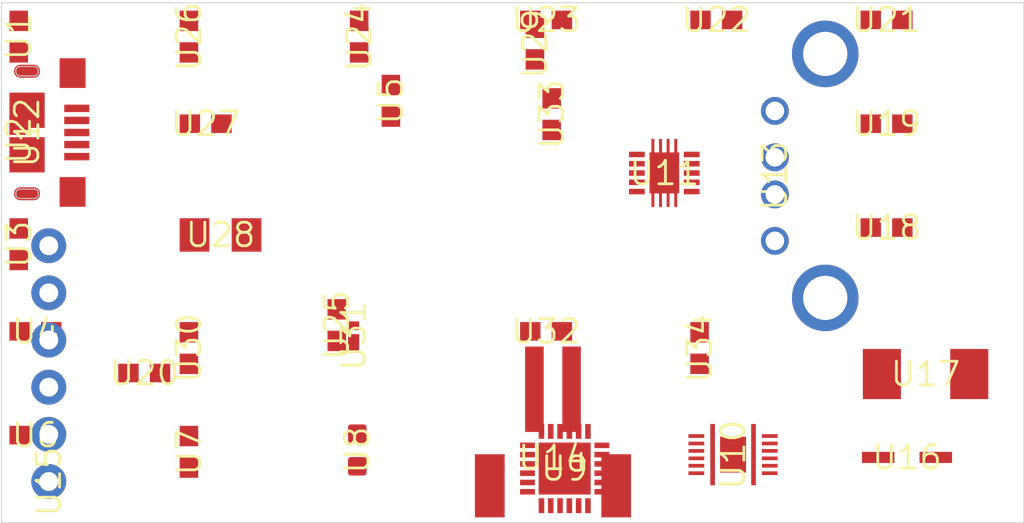
<source format=kicad_pcb>
 ( kicad_pcb  ( version 20171130 )
 ( host pcbnew "(5.1.4-0-10_14)" )
 ( general  ( thickness 1.6 )
 ( drawings 4 )
 ( tracks 0 )
 ( zones 0 )
 ( modules 34 )
 ( nets 39 )
)
 ( page A4 )
 ( layers  ( 0 Top signal )
 ( 31 Bottom signal )
 ( 32 B.Adhes user )
 ( 33 F.Adhes user )
 ( 34 B.Paste user )
 ( 35 F.Paste user )
 ( 36 B.SilkS user )
 ( 37 F.SilkS user )
 ( 38 B.Mask user )
 ( 39 F.Mask user )
 ( 40 Dwgs.User user )
 ( 41 Cmts.User user )
 ( 42 Eco1.User user )
 ( 43 Eco2.User user )
 ( 44 Edge.Cuts user )
 ( 45 Margin user )
 ( 46 B.CrtYd user )
 ( 47 F.CrtYd user )
 ( 48 B.Fab user )
 ( 49 F.Fab user )
)
 ( setup  ( last_trace_width 0.2 )
 ( trace_clearance 0.127 )
 ( zone_clearance 0.508 )
 ( zone_45_only no )
 ( trace_min 0.1524 )
 ( via_size 0.6 )
 ( via_drill 0.254 )
 ( via_min_size 0.4 )
 ( via_min_drill 0.254 )
 ( uvia_size 0.3 )
 ( uvia_drill 0.1 )
 ( uvias_allowed yes )
 ( uvia_min_size 0.2 )
 ( uvia_min_drill 0.1 )
 ( edge_width 0.05 )
 ( segment_width 0.2 )
 ( pcb_text_width 0.3 )
 ( pcb_text_size 1.5 1.5 )
 ( mod_edge_width 0.12 )
 ( mod_text_size 1 1 )
 ( mod_text_width 0.15 )
 ( pad_size 1.524 1.524 )
 ( pad_drill 0.762 )
 ( pad_to_mask_clearance 0.051 )
 ( solder_mask_min_width 0.25 )
 ( aux_axis_origin 0 0 )
 ( visible_elements 7FFFFFFF )
 ( pcbplotparams  ( layerselection 0x010fc_ffffffff )
 ( usegerberextensions false )
 ( usegerberattributes false )
 ( usegerberadvancedattributes false )
 ( creategerberjobfile false )
 ( excludeedgelayer true )
 ( linewidth 0.100000 )
 ( plotframeref false )
 ( viasonmask false )
 ( mode 1 )
 ( useauxorigin false )
 ( hpglpennumber 1 )
 ( hpglpenspeed 20 )
 ( hpglpendiameter 15.000000 )
 ( psnegative false )
 ( psa4output false )
 ( plotreference true )
 ( plotvalue true )
 ( plotinvisibletext false )
 ( padsonsilk false )
 ( subtractmaskfromsilk false )
 ( outputformat 1 )
 ( mirror false )
 ( drillshape 1 )
 ( scaleselection 1 )
 ( outputdirectory "" )
)
)
 ( net 0 "" )
 ( net 1 GND )
 ( net 2 3.3V )
 ( net 3 5V )
 ( net 4 "Net-(IC1-Pad24)" )
 ( net 5 "Net-(C4-Pad1)" )
 ( net 6 /REG )
 ( net 7 "Net-(C3-Pad2)" )
 ( net 8 "Net-(C3-Pad1)" )
 ( net 9 /VBAT_MAIN )
 ( net 10 /VBAT_CELL )
 ( net 11 "Net-(IC1-Pad12)" )
 ( net 12 "Net-(IC1-Pad11)" )
 ( net 13 "Net-(IC1-Pad10)" )
 ( net 14 "Net-(IC1-Pad9)" )
 ( net 15 /CHG_INT )
 ( net 16 /SDA )
 ( net 17 /SCL )
 ( net 18 "Net-(IC1-Pad4)" )
 ( net 19 "Net-(IC1-Pad3)" )
 ( net 20 "Net-(IC1-Pad2)" )
 ( net 21 "Net-(IC1-Pad1)" )
 ( net 22 /FUEL_INT )
 ( net 23 "Net-(IC2-Pad11)" )
 ( net 24 "Net-(IC2-Pad10)" )
 ( net 25 "Net-(IC2-Pad9)" )
 ( net 26 "Net-(IC2-Pad6)" )
 ( net 27 "Net-(C10-Pad1)" )
 ( net 28 "Net-(IC2-Pad4)" )
 ( net 29 "Net-(J1-PadID)" )
 ( net 30 "Net-(J2-Pad3)" )
 ( net 31 "Net-(J2-Pad2)" )
 ( net 32 "Net-(J3-PadNC2)" )
 ( net 33 "Net-(J3-PadNC1)" )
 ( net 34 "Net-(D2-PadC)" )
 ( net 35 "Net-(IC3-Pad8)" )
 ( net 36 "Net-(C7-Pad1)" )
 ( net 37 "Net-(IC3-Pad5)" )
 ( net 38 "Net-(IC3-Pad1)" )
 ( net_class Default "This is the default net class."  ( clearance 0.127 )
 ( trace_width 0.2 )
 ( via_dia 0.6 )
 ( via_drill 0.254 )
 ( uvia_dia 0.3 )
 ( uvia_drill 0.1 )
 ( add_net /CHG_INT )
 ( add_net /FUEL_INT )
 ( add_net /REG )
 ( add_net /SCL )
 ( add_net /SDA )
 ( add_net 3.3V )
 ( add_net GND )
 ( add_net "Net-(C10-Pad1)" )
 ( add_net "Net-(C3-Pad1)" )
 ( add_net "Net-(C3-Pad2)" )
 ( add_net "Net-(C4-Pad1)" )
 ( add_net "Net-(C7-Pad1)" )
 ( add_net "Net-(D2-PadC)" )
 ( add_net "Net-(IC1-Pad10)" )
 ( add_net "Net-(IC1-Pad11)" )
 ( add_net "Net-(IC1-Pad12)" )
 ( add_net "Net-(IC1-Pad2)" )
 ( add_net "Net-(IC1-Pad24)" )
 ( add_net "Net-(IC1-Pad3)" )
 ( add_net "Net-(IC1-Pad4)" )
 ( add_net "Net-(IC1-Pad9)" )
 ( add_net "Net-(IC2-Pad10)" )
 ( add_net "Net-(IC2-Pad11)" )
 ( add_net "Net-(IC2-Pad4)" )
 ( add_net "Net-(IC2-Pad9)" )
 ( add_net "Net-(IC3-Pad5)" )
 ( add_net "Net-(IC3-Pad8)" )
 ( add_net "Net-(J1-PadID)" )
 ( add_net "Net-(J2-Pad2)" )
 ( add_net "Net-(J2-Pad3)" )
 ( add_net "Net-(J3-PadNC1)" )
 ( add_net "Net-(J3-PadNC2)" )
)
 ( net_class Power ""  ( clearance 0.127 )
 ( trace_width 0.3048 )
 ( via_dia 0.6 )
 ( via_drill 0.254 )
 ( uvia_dia 0.3 )
 ( uvia_drill 0.1 )
 ( add_net /VBAT_CELL )
 ( add_net /VBAT_MAIN )
 ( add_net 5V )
 ( add_net "Net-(IC1-Pad1)" )
 ( add_net "Net-(IC2-Pad6)" )
 ( add_net "Net-(IC3-Pad1)" )
)
 ( module batteryCharger:JST-2-SMD locked  ( layer Top )
 ( tedit 5DCE038C )
 ( tstamp 5DC8CB2B )
 ( at 150.671200 114.247600 180.000000 )
 ( descr "<h3>JST-Right Angle Male Header SMT</h3>\n<p>Specifications:\n<ul><li>Pin count: 2</li>\n<li>Pin pitch: 2mm</li>\n</ul></p>\n<p><a href=”http://www.4uconnector.com/online/object/4udrawing/20404.pdf”>Datasheet referenced for footprint</a></p>\n<p>Example device(s):\n<ul><li>CONN_02</li>\n<li>JST_2MM_MALE</li>\n</ul></p>" )
 ( path /B665FDA9 )
 ( fp_text reference U14  ( at 0 -1.27 180 )
 ( layer F.SilkS )
 ( effects  ( font  ( size 1.27 1.27 )
 ( thickness 0.15 )
)
)
)
 ( fp_text value ""  ( at 0 -1.27 180 )
 ( layer F.SilkS )
 ( effects  ( font  ( size 1.27 1.27 )
 ( thickness 0.15 )
)
)
)
 ( fp_poly  ( pts  ( xy -4.5 -4.37 )
 ( xy 4.4 -4.37 )
 ( xy 4.4 3.33 )
 ( xy -4.5 3.33 )
)
 ( layer F.CrtYd )
 ( width 0.1 )
)
 ( pad NC2 smd rect  ( at 3.4 -2.77 270.000000 )
 ( size 3.4 1.6 )
 ( layers Top F.Mask F.Paste )
 ( net 32 "Net-(J3-PadNC2)" )
 ( solder_mask_margin 0.0635 )
)
 ( pad NC1 smd rect  ( at -3.4 -2.77 270.000000 )
 ( size 3.4 1.6 )
 ( layers Top F.Mask F.Paste )
 ( net 33 "Net-(J3-PadNC1)" )
 ( solder_mask_margin 0.0635 )
)
 ( pad 2 smd rect  ( at 1 2.43 180.000000 )
 ( size 1 4.6 )
 ( layers Top F.Mask F.Paste )
 ( net 26 "Net-(IC2-Pad6)" )
 ( solder_mask_margin 0.0635 )
)
 ( pad 1 smd rect  ( at -1 2.43 180.000000 )
 ( size 1 4.6 )
 ( layers Top F.Mask F.Paste )
 ( net 1 GND )
 ( solder_mask_margin 0.0635 )
)
)
 ( module batteryCharger:UE27AC54100 locked  ( layer Top )
 ( tedit 5DCE0580 )
 ( tstamp 5DC8CB18 )
 ( at 168.959200 100.328400 90.000000 )
 ( descr "<b>UE27AC54100</b><br>\n" )
 ( path /C3E76336 )
 ( fp_text reference U13  ( at 0 -6.35 90 )
 ( layer F.SilkS )
 ( effects  ( font  ( size 1.27 1.27 )
 ( thickness 0.15 )
)
)
)
 ( fp_text value ""  ( at 0 -6.35 90 )
 ( layer F.SilkS )
 ( effects  ( font  ( size 1.27 1.27 )
 ( thickness 0.15 )
)
)
)
 ( fp_poly  ( pts  ( xy -6.6 -7.25 )
 ( xy 6.6 -7.25 )
 ( xy 6.6 6.75 )
 ( xy -6.6 6.75 )
 ( xy -6.6 -7.15 )
)
 ( layer F.CrtYd )
 ( width 0.1 )
)
 ( pad 6 thru_hole circle  ( at 6.57 -3.64 90.000000 )
 ( size 3.58 3.58 )
 ( drill 2.38 )
 ( layers *.Cu *.Mask )
 ( net 1 GND )
 ( solder_mask_margin 0.0635 )
)
 ( pad 5 thru_hole circle  ( at -6.57 -3.64 90.000000 )
 ( size 3.58 3.58 )
 ( drill 2.38 )
 ( layers *.Cu *.Mask )
 ( net 1 GND )
 ( solder_mask_margin 0.0635 )
)
 ( pad 4 thru_hole circle  ( at 3.5 -6.35 90.000000 )
 ( size 1.5 1.5 )
 ( drill 1 )
 ( layers *.Cu *.Mask )
 ( net 1 GND )
 ( solder_mask_margin 0.0635 )
)
 ( pad 3 thru_hole circle  ( at 1 -6.35 90.000000 )
 ( size 1.5 1.5 )
 ( drill 1 )
 ( layers *.Cu *.Mask )
 ( net 30 "Net-(J2-Pad3)" )
 ( solder_mask_margin 0.0635 )
)
 ( pad 2 thru_hole circle  ( at -1 -6.35 90.000000 )
 ( size 1.5 1.5 )
 ( drill 1 )
 ( layers *.Cu *.Mask )
 ( net 31 "Net-(J2-Pad2)" )
 ( solder_mask_margin 0.0635 )
)
 ( pad 1 thru_hole circle  ( at -3.5 -6.35 90.000000 )
 ( size 1.5 1.5 )
 ( drill 1 )
 ( layers *.Cu *.Mask )
 ( net 3 5V )
 ( solder_mask_margin 0.0635 )
)
)
 ( module batteryCharger:1X06 locked  ( layer Top )
 ( tedit 5DCDF9C7 )
 ( tstamp 5DC8CB3B )
 ( at 123.544000 110.437600 90.000000 )
 ( descr "<h3>Plated Through Hole - 6 Pin</h3>\n<p>Specifications:\n<ul><li>Pin count:6</li>\n<li>Pin pitch:0.1\"</li>\n</ul></p>\n<p>Example device(s):\n<ul><li>CONN_06</li>\n</ul></p>" )
 ( path /FA7CA15B )
 ( fp_text reference U15  ( at -6.35 0 90 )
 ( layer F.SilkS )
 ( effects  ( font  ( size 1.27 1.27 )
 ( thickness 0.15 )
)
)
)
 ( fp_text value ""  ( at -6.35 0 90 )
 ( layer F.SilkS )
 ( effects  ( font  ( size 1.27 1.27 )
 ( thickness 0.15 )
)
)
)
 ( fp_poly  ( pts  ( xy -7.35 -1 )
 ( xy 7.4 -1 )
 ( xy 7.4 1 )
 ( xy -7.35 1 )
)
 ( layer F.CrtYd )
 ( width 0.1 )
)
 ( fp_poly  ( pts  ( xy -7.35 -1 )
 ( xy 7.4 -1 )
 ( xy 7.4 1 )
 ( xy -7.35 1 )
)
 ( layer B.CrtYd )
 ( width 0.1 )
)
 ( pad 6 thru_hole circle  ( at 6.35 0 180.000000 )
 ( size 1.8796 1.8796 )
 ( drill 1.016 )
 ( layers *.Cu *.Mask )
 ( net 1 GND )
 ( solder_mask_margin 0.0635 )
)
 ( pad 5 thru_hole circle  ( at 3.81 0 180.000000 )
 ( size 1.8796 1.8796 )
 ( drill 1.016 )
 ( layers *.Cu *.Mask )
 ( net 2 3.3V )
 ( solder_mask_margin 0.0635 )
)
 ( pad 4 thru_hole circle  ( at 1.27 0 180.000000 )
 ( size 1.8796 1.8796 )
 ( drill 1.016 )
 ( layers *.Cu *.Mask )
 ( net 17 /SCL )
 ( solder_mask_margin 0.0635 )
)
 ( pad 3 thru_hole circle  ( at -1.27 0 180.000000 )
 ( size 1.8796 1.8796 )
 ( drill 1.016 )
 ( layers *.Cu *.Mask )
 ( net 16 /SDA )
 ( solder_mask_margin 0.0635 )
)
 ( pad 2 thru_hole circle  ( at -3.81 0 180.000000 )
 ( size 1.8796 1.8796 )
 ( drill 1.016 )
 ( layers *.Cu *.Mask )
 ( net 15 /CHG_INT )
 ( solder_mask_margin 0.0635 )
)
 ( pad 1 thru_hole circle  ( at -6.35 0 180.000000 )
 ( size 1.8796 1.8796 )
 ( drill 1.016 )
 ( layers *.Cu *.Mask )
 ( net 22 /FUEL_INT )
 ( solder_mask_margin 0.0635 )
)
)
 ( module batteryCharger:10118193-0001LF locked  ( layer Top )
 ( tedit 5DCDFC4E )
 ( tstamp 5DC8CAF9 )
 ( at 123.645600 97.991600 270.000000 )
 ( path /449C7C68 )
 ( fp_text reference U12  ( at 0 1.27 270 )
 ( layer F.SilkS )
 ( effects  ( font  ( size 1.27 1.27 )
 ( thickness 0.15 )
)
)
)
 ( fp_text value ""  ( at 0 1.27 270 )
 ( layer F.SilkS )
 ( effects  ( font  ( size 1.27 1.27 )
 ( thickness 0.15 )
)
)
)
 ( fp_poly  ( pts  ( xy -4.25 -2.23 )
 ( xy 4.25 -2.23 )
 ( xy 4.25 2.27 )
 ( xy -4.25 2.27 )
)
 ( layer F.CrtYd )
 ( width 0.1 )
)
 ( fp_poly  ( pts  ( xy 2.9 0.87 )
 ( xy 2.9 1.72 )
 ( xy 2.945776 1.850133 )
 ( xy 3.037868 1.952843 )
 ( xy 3.3 2.02 )
 ( xy 3.445409 2.001022 )
 ( xy 3.572487 1.927843 )
 ( xy 3.7 1.67 )
 ( xy 3.7 0.82 )
 ( xy 3.654224 0.689867 )
 ( xy 3.562132 0.587157 )
 ( xy 3.3 0.52 )
 ( xy 3.154591 0.538978 )
 ( xy 3.027513 0.612157 )
)
 ( layer F.Mask )
 ( width 0 )
)
 ( fp_poly  ( pts  ( xy -3.7 0.82 )
 ( xy -3.7 1.67 )
 ( xy -3.661888 1.811603 )
 ( xy -3.572487 1.927843 )
 ( xy -3.3 2.02 )
 ( xy -3.162255 2.012492 )
 ( xy -3.037868 1.952843 )
 ( xy -2.945776 1.850133 )
 ( xy -2.9 1.72 )
 ( xy -2.9 0.87 )
 ( xy -2.938112 0.728397 )
 ( xy -3.027513 0.612157 )
 ( xy -3.3 0.52 )
 ( xy -3.437745 0.527508 )
 ( xy -3.562132 0.587157 )
)
 ( layer F.Mask )
 ( width 0 )
)
 ( fp_poly  ( pts  ( xy 2.95 0.87 )
 ( xy 2.95 1.67 )
 ( xy 3.006042 1.829151 )
 ( xy 3.134151 1.938958 )
 ( xy 3.3 1.97 )
 ( xy 3.465849 1.938958 )
 ( xy 3.593958 1.829151 )
 ( xy 3.65 1.67 )
 ( xy 3.65 0.87 )
 ( xy 3.593958 0.710849 )
 ( xy 3.465849 0.601042 )
 ( xy 3.3 0.57 )
 ( xy 3.134151 0.601042 )
 ( xy 3.006042 0.710849 )
)
 ( layer F.Paste )
 ( width 0 )
)
 ( fp_poly  ( pts  ( xy -3.65 0.87 )
 ( xy -3.65 1.67 )
 ( xy -3.593958 1.829151 )
 ( xy -3.465849 1.938958 )
 ( xy -3.3 1.97 )
 ( xy -3.134151 1.938958 )
 ( xy -3.006042 1.829151 )
 ( xy -2.95 1.67 )
 ( xy -2.95 0.87 )
 ( xy -3.006042 0.710849 )
 ( xy -3.134151 0.601042 )
 ( xy -3.3 0.57 )
 ( xy -3.465849 0.601042 )
 ( xy -3.593958 0.710849 )
)
 ( layer F.Paste )
 ( width 0 )
)
 ( fp_arc  ( start 3.275 0.895 )
 ( end 3.05 0.87 )
 ( angle 90 )
 ( layer Edge.Cuts )
 ( width 0.05 )
)
 ( fp_line  ( start 3.05 1.67 )
 ( end 3.05 0.87 )
 ( layer Edge.Cuts )
 ( width 0.05 )
)
 ( fp_arc  ( start 3.275 1.645 )
 ( end 3.3 1.87 )
 ( angle 90 )
 ( layer Edge.Cuts )
 ( width 0.05 )
)
 ( fp_arc  ( start 3.325 1.645 )
 ( end 3.55 1.67 )
 ( angle 90 )
 ( layer Edge.Cuts )
 ( width 0.05 )
)
 ( fp_line  ( start 3.55 0.87 )
 ( end 3.55 1.67 )
 ( layer Edge.Cuts )
 ( width 0.05 )
)
 ( fp_arc  ( start 3.325 0.895 )
 ( end 3.3 0.67 )
 ( angle 90 )
 ( layer Edge.Cuts )
 ( width 0.05 )
)
 ( fp_poly  ( pts  ( xy 2.95 0.87 )
 ( xy 2.95 1.67 )
 ( xy 3.006042 1.829151 )
 ( xy 3.134151 1.938958 )
 ( xy 3.3 1.97 )
 ( xy 3.465849 1.938958 )
 ( xy 3.593958 1.829151 )
 ( xy 3.65 1.67 )
 ( xy 3.65 0.87 )
 ( xy 3.593958 0.710849 )
 ( xy 3.465849 0.601042 )
 ( xy 3.3 0.57 )
 ( xy 3.134151 0.601042 )
 ( xy 3.006042 0.710849 )
)
 ( layer Top )
 ( width 0 )
)
 ( fp_arc  ( start -3.325 0.895 )
 ( end -3.55 0.87 )
 ( angle 90 )
 ( layer Edge.Cuts )
 ( width 0.05 )
)
 ( fp_line  ( start -3.55 1.67 )
 ( end -3.55 0.87 )
 ( layer Edge.Cuts )
 ( width 0.05 )
)
 ( fp_arc  ( start -3.325 1.645 )
 ( end -3.3 1.87 )
 ( angle 90 )
 ( layer Edge.Cuts )
 ( width 0.05 )
)
 ( fp_arc  ( start -3.275 1.645 )
 ( end -3.05 1.67 )
 ( angle 90 )
 ( layer Edge.Cuts )
 ( width 0.05 )
)
 ( fp_line  ( start -3.05 0.87 )
 ( end -3.05 1.67 )
 ( layer Edge.Cuts )
 ( width 0.05 )
)
 ( fp_arc  ( start -3.275 0.895 )
 ( end -3.3 0.67 )
 ( angle 90 )
 ( layer Edge.Cuts )
 ( width 0.05 )
)
 ( fp_poly  ( pts  ( xy -3.65 0.87 )
 ( xy -3.65 1.67 )
 ( xy -3.593958 1.829151 )
 ( xy -3.465849 1.938958 )
 ( xy -3.3 1.97 )
 ( xy -3.134151 1.938958 )
 ( xy -3.006042 1.829151 )
 ( xy -2.95 1.67 )
 ( xy -2.95 0.87 )
 ( xy -3.006042 0.710849 )
 ( xy -3.134151 0.601042 )
 ( xy -3.3 0.57 )
 ( xy -3.465849 0.601042 )
 ( xy -3.593958 0.710849 )
)
 ( layer Top )
 ( width 0 )
)
 ( pad SHIELD$4 smd rect  ( at 1.2 1.27 270.000000 )
 ( size 1.9 1.9 )
 ( layers Top F.Mask F.Paste )
 ( net 1 GND )
 ( solder_mask_margin 0.0635 )
)
 ( pad SHIELD$3 smd rect  ( at -1.2 1.27 270.000000 )
 ( size 1.9 1.9 )
 ( layers Top F.Mask F.Paste )
 ( net 1 GND )
 ( solder_mask_margin 0.0635 )
)
 ( pad GND smd rect  ( at 1.3 -1.405 270.000000 )
 ( size 0.4 1.35 )
 ( layers Top F.Mask F.Paste )
 ( net 1 GND )
 ( solder_mask_margin 0.0635 )
)
 ( pad VCC smd rect  ( at -1.3 -1.405 270.000000 )
 ( size 0.4 1.35 )
 ( layers Top F.Mask F.Paste )
 ( net 21 "Net-(IC1-Pad1)" )
 ( solder_mask_margin 0.0635 )
)
 ( pad D- smd rect  ( at -0.65 -1.405 270.000000 )
 ( size 0.4 1.35 )
 ( layers Top F.Mask F.Paste )
 ( net 19 "Net-(IC1-Pad3)" )
 ( solder_mask_margin 0.0635 )
)
 ( pad ID smd rect  ( at 0.65 -1.405 270.000000 )
 ( size 0.4 1.35 )
 ( layers Top F.Mask F.Paste )
 ( net 29 "Net-(J1-PadID)" )
 ( solder_mask_margin 0.0635 )
)
 ( pad D+ smd rect  ( at 0 -1.405 270.000000 )
 ( size 0.4 1.35 )
 ( layers Top F.Mask F.Paste )
 ( net 20 "Net-(IC1-Pad2)" )
 ( solder_mask_margin 0.0635 )
)
 ( pad SHIELD$2 smd rect  ( at 3.2 -1.18 270.000000 )
 ( size 1.6 1.4 )
 ( layers Top F.Mask F.Paste )
 ( net 1 GND )
 ( solder_mask_margin 0.0635 )
)
 ( pad SHIELD$1 smd rect  ( at -3.2 -1.18 270.000000 )
 ( size 1.6 1.4 )
 ( layers Top F.Mask F.Paste )
 ( net 1 GND )
 ( solder_mask_margin 0.0635 )
)
)
 ( module batteryCharger:0603  ( layer Top )
 ( tedit 5DCDFB95 )
 ( tstamp 5DC8CC28 )
 ( at 121.926100 92.828600 90.000000 )
 ( descr "<p><b>Generic 1608 (0603) package</b></p>\n<p>0.2mm courtyard excess rounded to nearest 0.05mm.</p>" )
 ( path /831A5F64 )
 ( fp_text reference U1  ( at 0 0 90 )
 ( layer F.SilkS )
 ( effects  ( font  ( size 1.27 1.27 )
 ( thickness 0.15 )
)
)
)
 ( fp_text value ""  ( at 0 0 90 )
 ( layer F.SilkS )
 ( effects  ( font  ( size 1.27 1.27 )
 ( thickness 0.15 )
)
)
)
 ( fp_poly  ( pts  ( xy -1.6 -0.7 )
 ( xy 1.6 -0.7 )
 ( xy 1.6 0.7 )
 ( xy -1.6 0.7 )
)
 ( layer F.CrtYd )
 ( width 0.1 )
)
 ( pad 2 smd rect  ( at 0.85 0 90.000000 )
 ( size 1.1 1 )
 ( layers Top F.Mask F.Paste )
 ( net 1 GND )
 ( solder_mask_margin 0.0635 )
)
 ( pad 1 smd rect  ( at -0.85 0 90.000000 )
 ( size 1.1 1 )
 ( layers Top F.Mask F.Paste )
 ( net 5 "Net-(C4-Pad1)" )
 ( solder_mask_margin 0.0635 )
)
)
 ( module batteryCharger:0603  ( layer Top )
 ( tedit 5DCDFB95 )
 ( tstamp 5DC8CA29 )
 ( at 121.926100 98.418600 90.000000 )
 ( descr "<p><b>Generic 1608 (0603) package</b></p>\n<p>0.2mm courtyard excess rounded to nearest 0.05mm.</p>" )
 ( path /2CB5EB77 )
 ( fp_text reference U2  ( at 0 0 90 )
 ( layer F.SilkS )
 ( effects  ( font  ( size 1.27 1.27 )
 ( thickness 0.15 )
)
)
)
 ( fp_text value ""  ( at 0 0 90 )
 ( layer F.SilkS )
 ( effects  ( font  ( size 1.27 1.27 )
 ( thickness 0.15 )
)
)
)
 ( fp_poly  ( pts  ( xy -1.6 -0.7 )
 ( xy 1.6 -0.7 )
 ( xy 1.6 0.7 )
 ( xy -1.6 0.7 )
)
 ( layer F.CrtYd )
 ( width 0.1 )
)
 ( pad 2 smd rect  ( at 0.85 0 90.000000 )
 ( size 1.1 1 )
 ( layers Top F.Mask F.Paste )
 ( net 1 GND )
 ( solder_mask_margin 0.0635 )
)
 ( pad 1 smd rect  ( at -0.85 0 90.000000 )
 ( size 1.1 1 )
 ( layers Top F.Mask F.Paste )
 ( net 3 5V )
 ( solder_mask_margin 0.0635 )
)
)
 ( module batteryCharger:0603  ( layer Top )
 ( tedit 5DCDFB95 )
 ( tstamp 5DC8CA37 )
 ( at 121.926100 104.008600 270.000000 )
 ( descr "<p><b>Generic 1608 (0603) package</b></p>\n<p>0.2mm courtyard excess rounded to nearest 0.05mm.</p>" )
 ( path /483159C7 )
 ( fp_text reference U3  ( at 0 0 270 )
 ( layer F.SilkS )
 ( effects  ( font  ( size 1.27 1.27 )
 ( thickness 0.15 )
)
)
)
 ( fp_text value ""  ( at 0 0 270 )
 ( layer F.SilkS )
 ( effects  ( font  ( size 1.27 1.27 )
 ( thickness 0.15 )
)
)
)
 ( fp_poly  ( pts  ( xy -1.6 -0.7 )
 ( xy 1.6 -0.7 )
 ( xy 1.6 0.7 )
 ( xy -1.6 0.7 )
)
 ( layer F.CrtYd )
 ( width 0.1 )
)
 ( pad 2 smd rect  ( at 0.85 0 270.000000 )
 ( size 1.1 1 )
 ( layers Top F.Mask F.Paste )
 ( net 1 GND )
 ( solder_mask_margin 0.0635 )
)
 ( pad 1 smd rect  ( at -0.85 0 270.000000 )
 ( size 1.1 1 )
 ( layers Top F.Mask F.Paste )
 ( net 9 /VBAT_MAIN )
 ( solder_mask_margin 0.0635 )
)
)
 ( module batteryCharger:0603  ( layer Top )
 ( tedit 5DCDFB95 )
 ( tstamp 5DC8CA45 )
 ( at 122.826100 108.698600 180.000000 )
 ( descr "<p><b>Generic 1608 (0603) package</b></p>\n<p>0.2mm courtyard excess rounded to nearest 0.05mm.</p>" )
 ( path /24FC589D )
 ( fp_text reference U4  ( at 0 0 180 )
 ( layer F.SilkS )
 ( effects  ( font  ( size 1.27 1.27 )
 ( thickness 0.15 )
)
)
)
 ( fp_text value ""  ( at 0 0 180 )
 ( layer F.SilkS )
 ( effects  ( font  ( size 1.27 1.27 )
 ( thickness 0.15 )
)
)
)
 ( fp_poly  ( pts  ( xy -1.6 -0.7 )
 ( xy 1.6 -0.7 )
 ( xy 1.6 0.7 )
 ( xy -1.6 0.7 )
)
 ( layer F.CrtYd )
 ( width 0.1 )
)
 ( pad 2 smd rect  ( at 0.85 0 180.000000 )
 ( size 1.1 1 )
 ( layers Top F.Mask F.Paste )
 ( net 7 "Net-(C3-Pad2)" )
 ( solder_mask_margin 0.0635 )
)
 ( pad 1 smd rect  ( at -0.85 0 180.000000 )
 ( size 1.1 1 )
 ( layers Top F.Mask F.Paste )
 ( net 8 "Net-(C3-Pad1)" )
 ( solder_mask_margin 0.0635 )
)
)
 ( module batteryCharger:0603  ( layer Top )
 ( tedit 5DCDFB95 )
 ( tstamp 5DC8CA53 )
 ( at 141.951100 96.283600 90.000000 )
 ( descr "<p><b>Generic 1608 (0603) package</b></p>\n<p>0.2mm courtyard excess rounded to nearest 0.05mm.</p>" )
 ( path /DAF477DA )
 ( fp_text reference U5  ( at 0 0 90 )
 ( layer F.SilkS )
 ( effects  ( font  ( size 1.27 1.27 )
 ( thickness 0.15 )
)
)
)
 ( fp_text value ""  ( at 0 0 90 )
 ( layer F.SilkS )
 ( effects  ( font  ( size 1.27 1.27 )
 ( thickness 0.15 )
)
)
)
 ( fp_poly  ( pts  ( xy -1.6 -0.7 )
 ( xy 1.6 -0.7 )
 ( xy 1.6 0.7 )
 ( xy -1.6 0.7 )
)
 ( layer F.CrtYd )
 ( width 0.1 )
)
 ( pad 2 smd rect  ( at 0.85 0 90.000000 )
 ( size 1.1 1 )
 ( layers Top F.Mask F.Paste )
 ( net 1 GND )
 ( solder_mask_margin 0.0635 )
)
 ( pad 1 smd rect  ( at -0.85 0 90.000000 )
 ( size 1.1 1 )
 ( layers Top F.Mask F.Paste )
 ( net 6 /REG )
 ( solder_mask_margin 0.0635 )
)
)
 ( module batteryCharger:0603  ( layer Top )
 ( tedit 5DCDFB95 )
 ( tstamp 5DC8CA61 )
 ( at 122.826100 114.288600 )
 ( descr "<p><b>Generic 1608 (0603) package</b></p>\n<p>0.2mm courtyard excess rounded to nearest 0.05mm.</p>" )
 ( path /2435BEF6 )
 ( fp_text reference U6  ( at 0 0 )
 ( layer F.SilkS )
 ( effects  ( font  ( size 1.27 1.27 )
 ( thickness 0.15 )
)
)
)
 ( fp_text value ""  ( at 0 0 )
 ( layer F.SilkS )
 ( effects  ( font  ( size 1.27 1.27 )
 ( thickness 0.15 )
)
)
)
 ( fp_poly  ( pts  ( xy -1.6 -0.7 )
 ( xy 1.6 -0.7 )
 ( xy 1.6 0.7 )
 ( xy -1.6 0.7 )
)
 ( layer F.CrtYd )
 ( width 0.1 )
)
 ( pad 2 smd rect  ( at 0.85 0 )
 ( size 1.1 1 )
 ( layers Top F.Mask F.Paste )
 ( net 1 GND )
 ( solder_mask_margin 0.0635 )
)
 ( pad 1 smd rect  ( at -0.85 0 )
 ( size 1.1 1 )
 ( layers Top F.Mask F.Paste )
 ( net 36 "Net-(C7-Pad1)" )
 ( solder_mask_margin 0.0635 )
)
)
 ( module batteryCharger:0603  ( layer Top )
 ( tedit 5DCDFB95 )
 ( tstamp 5DC8CA6F )
 ( at 131.084433 115.188600 270.000000 )
 ( descr "<p><b>Generic 1608 (0603) package</b></p>\n<p>0.2mm courtyard excess rounded to nearest 0.05mm.</p>" )
 ( path /EC6A4D83 )
 ( fp_text reference U7  ( at 0 0 270 )
 ( layer F.SilkS )
 ( effects  ( font  ( size 1.27 1.27 )
 ( thickness 0.15 )
)
)
)
 ( fp_text value ""  ( at 0 0 270 )
 ( layer F.SilkS )
 ( effects  ( font  ( size 1.27 1.27 )
 ( thickness 0.15 )
)
)
)
 ( fp_poly  ( pts  ( xy -1.6 -0.7 )
 ( xy 1.6 -0.7 )
 ( xy 1.6 0.7 )
 ( xy -1.6 0.7 )
)
 ( layer F.CrtYd )
 ( width 0.1 )
)
 ( pad 2 smd rect  ( at 0.85 0 270.000000 )
 ( size 1.1 1 )
 ( layers Top F.Mask F.Paste )
 ( net 1 GND )
 ( solder_mask_margin 0.0635 )
)
 ( pad 1 smd rect  ( at -0.85 0 270.000000 )
 ( size 1.1 1 )
 ( layers Top F.Mask F.Paste )
 ( net 10 /VBAT_CELL )
 ( solder_mask_margin 0.0635 )
)
)
 ( module batteryCharger:LED-0603  ( layer Top )
 ( tedit 5DCE041B )
 ( tstamp 5DC8CA7D )
 ( at 140.142767 115.088600 90.000000 )
 ( descr "<B>LED 0603 SMT</B><p>\n0603, surface mount.\n<p>Specifications:\n<ul><li>Pin count: 2</li>\n<li>Pin pitch:0.075inch </li>\n<li>Area: 0.06\" x 0.03\"</li>\n</ul></p>\n<p>Example device(s):\n<ul><li>LED - BLUE</li>" )
 ( path /8583A422 )
 ( fp_text reference U8  ( at 0 0 90 )
 ( layer F.SilkS )
 ( effects  ( font  ( size 1.27 1.27 )
 ( thickness 0.15 )
)
)
)
 ( fp_text value ""  ( at 0 0 90 )
 ( layer F.SilkS )
 ( effects  ( font  ( size 1.27 1.27 )
 ( thickness 0.15 )
)
)
)
 ( fp_poly  ( pts  ( xy -1.5 -0.6 )
 ( xy 1.5 -0.6 )
 ( xy 1.5 0.6 )
 ( xy -1.5 0.6 )
)
 ( layer F.CrtYd )
 ( width 0.1 )
)
 ( pad A smd roundrect  ( at -0.877 0 )
 ( size 1 1 )
 ( layers Top F.Mask F.Paste )
 ( roundrect_rratio 0.15 )
 ( net 9 /VBAT_MAIN )
 ( solder_mask_margin 0.0635 )
)
 ( pad C smd roundrect  ( at 0.877 0 )
 ( size 1 1 )
 ( layers Top F.Mask F.Paste )
 ( roundrect_rratio 0.15 )
 ( net 34 "Net-(D2-PadC)" )
 ( solder_mask_margin 0.0635 )
)
)
 ( module batteryCharger:QFN50P400X400X100-25N  ( layer Top )
 ( tedit 5DCE0483 )
 ( tstamp 5DC8CA87 )
 ( at 151.301100 116.088600 )
 ( descr "<b>RGE (S-PVQFN-N24)_2</b><br>\n" )
 ( path /22F7723E )
 ( fp_text reference U9  ( at 0 0 )
 ( layer F.SilkS )
 ( effects  ( font  ( size 1.27 1.27 )
 ( thickness 0.15 )
)
)
)
 ( fp_text value ""  ( at 0 0 )
 ( layer F.SilkS )
 ( effects  ( font  ( size 1.27 1.27 )
 ( thickness 0.15 )
)
)
)
 ( fp_poly  ( pts  ( xy -2.6 -2.5 )
 ( xy 2.6 -2.5 )
 ( xy 2.6 2.5 )
 ( xy -2.6 2.5 )
)
 ( layer F.CrtYd )
 ( width 0.1 )
)
 ( pad 25 smd rect  ( at 0 0 90.000000 )
 ( size 2.8 2.8 )
 ( layers Top F.Mask F.Paste )
 ( net 1 GND )
 ( solder_mask_margin 0.0635 )
)
 ( pad 24 smd rect  ( at -1.25 -2 90.000000 )
 ( size 0.8 0.3 )
 ( layers Top F.Mask F.Paste )
 ( net 4 "Net-(IC1-Pad24)" )
 ( solder_mask_margin 0.0635 )
)
 ( pad 23 smd rect  ( at -0.75 -2 90.000000 )
 ( size 0.8 0.3 )
 ( layers Top F.Mask F.Paste )
 ( net 5 "Net-(C4-Pad1)" )
 ( solder_mask_margin 0.0635 )
)
 ( pad 22 smd rect  ( at -0.25 -2 90.000000 )
 ( size 0.8 0.3 )
 ( layers Top F.Mask F.Paste )
 ( net 6 /REG )
 ( solder_mask_margin 0.0635 )
)
 ( pad 21 smd rect  ( at 0.25 -2 90.000000 )
 ( size 0.8 0.3 )
 ( layers Top F.Mask F.Paste )
 ( net 7 "Net-(C3-Pad2)" )
 ( solder_mask_margin 0.0635 )
)
 ( pad 20 smd rect  ( at 0.75 -2 90.000000 )
 ( size 0.8 0.3 )
 ( layers Top F.Mask F.Paste )
 ( net 8 "Net-(C3-Pad1)" )
 ( solder_mask_margin 0.0635 )
)
 ( pad 19 smd rect  ( at 1.25 -2 90.000000 )
 ( size 0.8 0.3 )
 ( layers Top F.Mask F.Paste )
 ( net 8 "Net-(C3-Pad1)" )
 ( solder_mask_margin 0.0635 )
)
 ( pad 18 smd rect  ( at 2 -1.25 )
 ( size 0.8 0.3 )
 ( layers Top F.Mask F.Paste )
 ( net 1 GND )
 ( solder_mask_margin 0.0635 )
)
 ( pad 17 smd rect  ( at 2 -0.75 )
 ( size 0.8 0.3 )
 ( layers Top F.Mask F.Paste )
 ( net 1 GND )
 ( solder_mask_margin 0.0635 )
)
 ( pad 16 smd rect  ( at 2 -0.25 )
 ( size 0.8 0.3 )
 ( layers Top F.Mask F.Paste )
 ( net 9 /VBAT_MAIN )
 ( solder_mask_margin 0.0635 )
)
 ( pad 15 smd rect  ( at 2 0.25 )
 ( size 0.8 0.3 )
 ( layers Top F.Mask F.Paste )
 ( net 9 /VBAT_MAIN )
 ( solder_mask_margin 0.0635 )
)
 ( pad 14 smd rect  ( at 2 0.75 )
 ( size 0.8 0.3 )
 ( layers Top F.Mask F.Paste )
 ( net 10 /VBAT_CELL )
 ( solder_mask_margin 0.0635 )
)
 ( pad 13 smd rect  ( at 2 1.25 )
 ( size 0.8 0.3 )
 ( layers Top F.Mask F.Paste )
 ( net 10 /VBAT_CELL )
 ( solder_mask_margin 0.0635 )
)
 ( pad 12 smd rect  ( at 1.25 2 90.000000 )
 ( size 0.8 0.3 )
 ( layers Top F.Mask F.Paste )
 ( net 11 "Net-(IC1-Pad12)" )
 ( solder_mask_margin 0.0635 )
)
 ( pad 11 smd rect  ( at 0.75 2 90.000000 )
 ( size 0.8 0.3 )
 ( layers Top F.Mask F.Paste )
 ( net 12 "Net-(IC1-Pad11)" )
 ( solder_mask_margin 0.0635 )
)
 ( pad 10 smd rect  ( at 0.25 2 90.000000 )
 ( size 0.8 0.3 )
 ( layers Top F.Mask F.Paste )
 ( net 13 "Net-(IC1-Pad10)" )
 ( solder_mask_margin 0.0635 )
)
 ( pad 9 smd rect  ( at -0.25 2 90.000000 )
 ( size 0.8 0.3 )
 ( layers Top F.Mask F.Paste )
 ( net 14 "Net-(IC1-Pad9)" )
 ( solder_mask_margin 0.0635 )
)
 ( pad 8 smd rect  ( at -0.75 2 90.000000 )
 ( size 0.8 0.3 )
 ( layers Top F.Mask F.Paste )
 ( net 9 /VBAT_MAIN )
 ( solder_mask_margin 0.0635 )
)
 ( pad 7 smd rect  ( at -1.25 2 90.000000 )
 ( size 0.8 0.3 )
 ( layers Top F.Mask F.Paste )
 ( net 15 /CHG_INT )
 ( solder_mask_margin 0.0635 )
)
 ( pad 6 smd rect  ( at -2 1.25 )
 ( size 0.8 0.3 )
 ( layers Top F.Mask F.Paste )
 ( net 16 /SDA )
 ( solder_mask_margin 0.0635 )
)
 ( pad 5 smd rect  ( at -2 0.75 )
 ( size 0.8 0.3 )
 ( layers Top F.Mask F.Paste )
 ( net 17 /SCL )
 ( solder_mask_margin 0.0635 )
)
 ( pad 4 smd rect  ( at -2 0.25 )
 ( size 0.8 0.3 )
 ( layers Top F.Mask F.Paste )
 ( net 18 "Net-(IC1-Pad4)" )
 ( solder_mask_margin 0.0635 )
)
 ( pad 3 smd rect  ( at -2 -0.25 )
 ( size 0.8 0.3 )
 ( layers Top F.Mask F.Paste )
 ( net 19 "Net-(IC1-Pad3)" )
 ( solder_mask_margin 0.0635 )
)
 ( pad 2 smd rect  ( at -2 -0.75 )
 ( size 0.8 0.3 )
 ( layers Top F.Mask F.Paste )
 ( net 20 "Net-(IC1-Pad2)" )
 ( solder_mask_margin 0.0635 )
)
 ( pad 1 smd rect  ( at -2 -1.25 )
 ( size 0.8 0.3 )
 ( layers Top F.Mask F.Paste )
 ( net 21 "Net-(IC1-Pad1)" )
 ( solder_mask_margin 0.0635 )
)
)
 ( module batteryCharger:BQ27441DRZRG1A  ( layer Top )
 ( tedit 5DCDFC87 )
 ( tstamp 5DC8CAAD )
 ( at 160.359433 115.338600 270.000000 )
 ( descr "<b>DRZ (S-PDSO-N12)</b><br>\n" )
 ( path /BC34DC86 )
 ( fp_text reference U10  ( at 0 0 270 )
 ( layer F.SilkS )
 ( effects  ( font  ( size 1.27 1.27 )
 ( thickness 0.15 )
)
)
)
 ( fp_text value ""  ( at 0 0 270 )
 ( layer F.SilkS )
 ( effects  ( font  ( size 1.27 1.27 )
 ( thickness 0.15 )
)
)
)
 ( fp_poly  ( pts  ( xy -1.75 -2.5 )
 ( xy 1.75 -2.5 )
 ( xy 1.75 2.5 )
 ( xy -1.75 2.5 )
)
 ( layer F.CrtYd )
 ( width 0.1 )
)
 ( pad 15 smd rect  ( at 0 1.1 270.000000 )
 ( size 3.3 0.25 )
 ( layers Top F.Mask F.Paste )
 ( solder_mask_margin 0.0635 )
)
 ( pad 14 smd rect  ( at 0 -1.1 270.000000 )
 ( size 3.3 0.25 )
 ( layers Top F.Mask F.Paste )
 ( solder_mask_margin 0.0635 )
)
 ( pad 13 smd custom  ( at 0 0 )
 ( size 1.397 1.9304 )
 ( layers Top F.Mask F.Paste )
 ( net 1 GND )
 ( solder_mask_margin 0.0635 )
 ( zone_connect 0 )
 ( options  ( clearance outline )
 ( anchor rect )
)
 )
 ( pad 12 smd rect  ( at -1 -1.975 )
 ( size 0.85 0.2 )
 ( layers Top F.Mask F.Paste )
 ( net 22 /FUEL_INT )
 ( solder_mask_margin 0.0635 )
)
 ( pad 11 smd rect  ( at -0.6 -1.975 )
 ( size 0.85 0.2 )
 ( layers Top F.Mask F.Paste )
 ( net 23 "Net-(IC2-Pad11)" )
 ( solder_mask_margin 0.0635 )
)
 ( pad 10 smd rect  ( at -0.2 -1.975 )
 ( size 0.85 0.2 )
 ( layers Top F.Mask F.Paste )
 ( net 24 "Net-(IC2-Pad10)" )
 ( solder_mask_margin 0.0635 )
)
 ( pad 9 smd rect  ( at 0.2 -1.975 )
 ( size 0.85 0.2 )
 ( layers Top F.Mask F.Paste )
 ( net 25 "Net-(IC2-Pad9)" )
 ( solder_mask_margin 0.0635 )
)
 ( pad 8 smd rect  ( at 0.6 -1.975 )
 ( size 0.85 0.2 )
 ( layers Top F.Mask F.Paste )
 ( net 26 "Net-(IC2-Pad6)" )
 ( solder_mask_margin 0.0635 )
)
 ( pad 7 smd rect  ( at 1 -1.975 )
 ( size 0.85 0.2 )
 ( layers Top F.Mask F.Paste )
 ( net 10 /VBAT_CELL )
 ( solder_mask_margin 0.0635 )
)
 ( pad 6 smd rect  ( at 1 1.975 )
 ( size 0.85 0.2 )
 ( layers Top F.Mask F.Paste )
 ( net 26 "Net-(IC2-Pad6)" )
 ( solder_mask_margin 0.0635 )
)
 ( pad 5 smd rect  ( at 0.6 1.975 )
 ( size 0.85 0.2 )
 ( layers Top F.Mask F.Paste )
 ( net 27 "Net-(C10-Pad1)" )
 ( solder_mask_margin 0.0635 )
)
 ( pad 4 smd rect  ( at 0.2 1.975 )
 ( size 0.85 0.2 )
 ( layers Top F.Mask F.Paste )
 ( net 28 "Net-(IC2-Pad4)" )
 ( solder_mask_margin 0.0635 )
)
 ( pad 3 smd rect  ( at -0.2 1.975 )
 ( size 0.85 0.2 )
 ( layers Top F.Mask F.Paste )
 ( net 1 GND )
 ( solder_mask_margin 0.0635 )
)
 ( pad 2 smd rect  ( at -0.6 1.975 )
 ( size 0.85 0.2 )
 ( layers Top F.Mask F.Paste )
 ( net 17 /SCL )
 ( solder_mask_margin 0.0635 )
)
 ( pad 1 smd rect  ( at -1 1.975 )
 ( size 0.85 0.2 )
 ( layers Top F.Mask F.Paste )
 ( net 16 /SDA )
 ( solder_mask_margin 0.0635 )
)
)
 ( module batteryCharger:SON50P300X300X100-11N  ( layer Top )
 ( tedit 5DCE04B8 )
 ( tstamp 5DC8CACF )
 ( at 156.661100 100.173600 180.000000 )
 ( descr "<b>DRC (S-PVSON-N10) D-shape_1</b><br>\n" )
 ( path /B686635D )
 ( fp_text reference U11  ( at 0 0 180 )
 ( layer F.SilkS )
 ( effects  ( font  ( size 1.27 1.27 )
 ( thickness 0.15 )
)
)
)
 ( fp_text value ""  ( at 0 0 180 )
 ( layer F.SilkS )
 ( effects  ( font  ( size 1.27 1.27 )
 ( thickness 0.15 )
)
)
)
 ( fp_poly  ( pts  ( xy -2.1 -1.9 )
 ( xy 2 -1.9 )
 ( xy 2 1.9 )
 ( xy -2.1 1.9 )
)
 ( layer F.CrtYd )
 ( width 0.1 )
)
 ( fp_poly  ( pts  ( xy -1.877063 0.876306 )
 ( xy -1.877063 1.125225 )
 ( xy -1.071882 1.125225 )
 ( xy -1.071882 0.876306 )
)
 ( layer F.Paste )
 ( width 0 )
)
 ( fp_poly  ( pts  ( xy -1.871982 0.375925 )
 ( xy -1.871982 0.624844 )
 ( xy -1.0668 0.624844 )
 ( xy -1.0668 0.375925 )
)
 ( layer F.Paste )
 ( width 0 )
)
 ( fp_poly  ( pts  ( xy -1.877062 -0.124456 )
 ( xy -1.877062 0.124463 )
 ( xy -1.071882 0.124463 )
 ( xy -1.071882 -0.124456 )
)
 ( layer F.Paste )
 ( width 0 )
)
 ( fp_poly  ( pts  ( xy -1.879603 -0.624837 )
 ( xy -1.879603 -0.375919 )
 ( xy -1.074422 -0.375919 )
 ( xy -1.074422 -0.624837 )
)
 ( layer F.Paste )
 ( width 0 )
)
 ( fp_poly  ( pts  ( xy -1.877063 -1.125218 )
 ( xy -1.877063 -0.876299 )
 ( xy -1.071881 -0.876299 )
 ( xy -1.071881 -1.125218 )
)
 ( layer F.Paste )
 ( width 0 )
)
 ( fp_poly  ( pts  ( xy 1.074418 0.87884 )
 ( xy 1.074418 1.127758 )
 ( xy 1.879599 1.127758 )
 ( xy 1.879599 0.87884 )
)
 ( layer F.Paste )
 ( width 0 )
)
 ( fp_poly  ( pts  ( xy 1.071877 0.375921 )
 ( xy 1.071877 0.62484 )
 ( xy 1.877058 0.62484 )
 ( xy 1.877058 0.375921 )
)
 ( layer F.Paste )
 ( width 0 )
)
 ( fp_poly  ( pts  ( xy 1.069337 -0.124459 )
 ( xy 1.069337 0.12446 )
 ( xy 1.874517 0.12446 )
 ( xy 1.874517 -0.124459 )
)
 ( layer F.Paste )
 ( width 0 )
)
 ( fp_poly  ( pts  ( xy 1.071877 -0.624837 )
 ( xy 1.071877 -0.375918 )
 ( xy 1.877058 -0.375918 )
 ( xy 1.877058 -0.624837 )
)
 ( layer F.Paste )
 ( width 0 )
)
 ( fp_poly  ( pts  ( xy 1.071877 -0.624837 )
 ( xy 1.071877 -0.375918 )
 ( xy 1.877058 -0.375918 )
 ( xy 1.877058 -0.624837 )
)
 ( layer F.Paste )
 ( width 0 )
)
 ( fp_poly  ( pts  ( xy 1.074418 -1.125218 )
 ( xy 1.074418 -0.8763 )
 ( xy 1.8796 -0.8763 )
 ( xy 1.8796 -1.125218 )
)
 ( layer F.Paste )
 ( width 0 )
)
 ( pad GND@7 smd rect  ( at 0.205 1.455 180.000000 )
 ( size 0.16 0.762 )
 ( layers Top F.Mask F.Paste )
 ( net 1 GND )
 ( solder_mask_margin 0.0635 )
)
 ( pad GND@6 smd rect  ( at -0.205 1.455 180.000000 )
 ( size 0.16 0.762 )
 ( layers Top F.Mask F.Paste )
 ( net 1 GND )
 ( solder_mask_margin 0.0635 )
)
 ( pad GND@8 smd rect  ( at 0.615 1.455 180.000000 )
 ( size 0.16 0.762 )
 ( layers Top F.Mask F.Paste )
 ( net 1 GND )
 ( solder_mask_margin 0.0635 )
)
 ( pad GND@5 smd rect  ( at -0.615 1.455 180.000000 )
 ( size 0.16 0.762 )
 ( layers Top F.Mask F.Paste )
 ( net 1 GND )
 ( solder_mask_margin 0.0635 )
)
 ( pad GND@3 smd rect  ( at 0.205 -1.45 180.000000 )
 ( size 0.16 0.762 )
 ( layers Top F.Mask F.Paste )
 ( net 1 GND )
 ( solder_mask_margin 0.0635 )
)
 ( pad GND@2 smd rect  ( at -0.205 -1.45 180.000000 )
 ( size 0.16 0.762 )
 ( layers Top F.Mask F.Paste )
 ( net 1 GND )
 ( solder_mask_margin 0.0635 )
)
 ( pad GND@4 smd rect  ( at 0.615 -1.45 180.000000 )
 ( size 0.16 0.762 )
 ( layers Top F.Mask F.Paste )
 ( net 1 GND )
 ( solder_mask_margin 0.0635 )
)
 ( pad GND@9 smd rect  ( at 0 0.004 180.000000 )
 ( size 1.6 2.2098 )
 ( layers Top F.Mask F.Paste )
 ( net 1 GND )
 ( solder_mask_margin 0.0635 )
)
 ( pad GND@1 smd rect  ( at -0.615 -1.45 180.000000 )
 ( size 0.16 0.762 )
 ( layers Top F.Mask F.Paste )
 ( net 1 GND )
 ( solder_mask_margin 0.0635 )
)
 ( pad 10 smd rect  ( at 1.475 -1 180.000000 )
 ( size 0.85 0.2968 )
 ( layers Top )
 ( net 9 /VBAT_MAIN )
 ( solder_mask_margin 0.0635 )
)
 ( pad 9 smd rect  ( at 1.475 -0.5 180.000000 )
 ( size 0.85 0.2968 )
 ( layers Top )
 ( net 9 /VBAT_MAIN )
 ( solder_mask_margin 0.0635 )
)
 ( pad 8 smd rect  ( at 1.475 0 180.000000 )
 ( size 0.85 0.2968 )
 ( layers Top )
 ( net 35 "Net-(IC3-Pad8)" )
 ( solder_mask_margin 0.0635 )
)
 ( pad 7 smd rect  ( at 1.475 0.5 180.000000 )
 ( size 0.85 0.2968 )
 ( layers Top )
 ( net 3 5V )
 ( solder_mask_margin 0.0635 )
)
 ( pad 6 smd rect  ( at 1.475 1 180.000000 )
 ( size 0.85 0.2968 )
 ( layers Top )
 ( net 36 "Net-(C7-Pad1)" )
 ( solder_mask_margin 0.0635 )
)
 ( pad 5 smd rect  ( at -1.475 1 180.000000 )
 ( size 0.85 0.2968 )
 ( layers Top )
 ( net 37 "Net-(IC3-Pad5)" )
 ( solder_mask_margin 0.0635 )
)
 ( pad 4 smd rect  ( at -1.475 0.5 180.000000 )
 ( size 0.85 0.2968 )
 ( layers Top )
 ( net 3 5V )
 ( solder_mask_margin 0.0635 )
)
 ( pad 3 smd rect  ( at -1.475 0 180.000000 )
 ( size 0.85 0.2968 )
 ( layers Top )
 ( net 3 5V )
 ( solder_mask_margin 0.0635 )
)
 ( pad 2 smd rect  ( at -1.475 -0.5 180.000000 )
 ( size 0.85 0.2968 )
 ( layers Top )
 ( net 38 "Net-(IC3-Pad1)" )
 ( solder_mask_margin 0.0635 )
)
 ( pad 1 smd rect  ( at -1.475 -1 180.000000 )
 ( size 0.85 0.2968 )
 ( layers Top )
 ( net 38 "Net-(IC3-Pad1)" )
 ( solder_mask_margin 0.0635 )
)
)
 ( module batteryCharger:INDPM3630X200N  ( layer Top )
 ( tedit 5DCE02B9 )
 ( tstamp 5DC8CB70 )
 ( at 169.717767 115.488600 )
 ( descr "<b>L1</b><br>\n" )
 ( path /FF1B59BB )
 ( fp_text reference U16  ( at 0 0 )
 ( layer F.SilkS )
 ( effects  ( font  ( size 1.27 1.27 )
 ( thickness 0.15 )
)
)
)
 ( fp_text value ""  ( at 0 0 )
 ( layer F.SilkS )
 ( effects  ( font  ( size 1.27 1.27 )
 ( thickness 0.15 )
)
)
)
 ( fp_poly  ( pts  ( xy -2.7 -1.9 )
 ( xy 2.7 -1.9 )
 ( xy 2.7 1.9 )
 ( xy -2.7 1.9 )
)
 ( layer F.CrtYd )
 ( width 0.1 )
)
 ( pad 2 smd rect  ( at 1.55 0 )
 ( size 1.75 0.6 )
 ( layers Top F.Mask F.Paste )
 ( net 9 /VBAT_MAIN )
 ( solder_mask_margin 0.0635 )
)
 ( pad 1 smd rect  ( at -1.55 0 )
 ( size 1.75 0.6 )
 ( layers Top F.Mask F.Paste )
 ( net 8 "Net-(C3-Pad1)" )
 ( solder_mask_margin 0.0635 )
)
)
 ( module batteryCharger:INDPM5552X200N  ( layer Top )
 ( tedit 5DCE0311 )
 ( tstamp 5DC8CB7F )
 ( at 170.717767 110.998600 )
 ( descr "<b>IHLP2020_1</b><br>\n" )
 ( path /B1AD6528 )
 ( fp_text reference U17  ( at 0 0 )
 ( layer F.SilkS )
 ( effects  ( font  ( size 1.27 1.27 )
 ( thickness 0.15 )
)
)
)
 ( fp_text value ""  ( at 0 0 )
 ( layer F.SilkS )
 ( effects  ( font  ( size 1.27 1.27 )
 ( thickness 0.15 )
)
)
)
 ( fp_poly  ( pts  ( xy -3.7 -3 )
 ( xy 3.7 -3 )
 ( xy 3.7 3 )
 ( xy -3.7 3 )
)
 ( layer F.CrtYd )
 ( width 0.1 )
)
 ( pad 2 smd rect  ( at 2.35 0 90.000000 )
 ( size 2.7 2.05 )
 ( layers Top F.Mask F.Paste )
 ( net 38 "Net-(IC3-Pad1)" )
 ( solder_mask_margin 0.0635 )
)
 ( pad 1 smd rect  ( at -2.35 0 90.000000 )
 ( size 2.7 2.05 )
 ( layers Top F.Mask F.Paste )
 ( net 9 /VBAT_MAIN )
 ( solder_mask_margin 0.0635 )
)
)
 ( module batteryCharger:0603  ( layer Top )
 ( tedit 5DCDFB95 )
 ( tstamp 5DC8CB8E )
 ( at 168.617767 103.108600 )
 ( descr "<p><b>Generic 1608 (0603) package</b></p>\n<p>0.2mm courtyard excess rounded to nearest 0.05mm.</p>" )
 ( path /5FC72806 )
 ( fp_text reference U18  ( at 0 0 )
 ( layer F.SilkS )
 ( effects  ( font  ( size 1.27 1.27 )
 ( thickness 0.15 )
)
)
)
 ( fp_text value ""  ( at 0 0 )
 ( layer F.SilkS )
 ( effects  ( font  ( size 1.27 1.27 )
 ( thickness 0.15 )
)
)
)
 ( fp_poly  ( pts  ( xy -1.6 -0.7 )
 ( xy 1.6 -0.7 )
 ( xy 1.6 0.7 )
 ( xy -1.6 0.7 )
)
 ( layer F.CrtYd )
 ( width 0.1 )
)
 ( pad 2 smd rect  ( at 0.85 0 )
 ( size 1.1 1 )
 ( layers Top F.Mask F.Paste )
 ( net 2 3.3V )
 ( solder_mask_margin 0.0635 )
)
 ( pad 1 smd rect  ( at -0.85 0 )
 ( size 1.1 1 )
 ( layers Top F.Mask F.Paste )
 ( net 17 /SCL )
 ( solder_mask_margin 0.0635 )
)
)
 ( module batteryCharger:0603  ( layer Top )
 ( tedit 5DCDFB95 )
 ( tstamp 5DC8CB9C )
 ( at 168.617767 97.518600 )
 ( descr "<p><b>Generic 1608 (0603) package</b></p>\n<p>0.2mm courtyard excess rounded to nearest 0.05mm.</p>" )
 ( path /1BAF28D4 )
 ( fp_text reference U19  ( at 0 0 )
 ( layer F.SilkS )
 ( effects  ( font  ( size 1.27 1.27 )
 ( thickness 0.15 )
)
)
)
 ( fp_text value ""  ( at 0 0 )
 ( layer F.SilkS )
 ( effects  ( font  ( size 1.27 1.27 )
 ( thickness 0.15 )
)
)
)
 ( fp_poly  ( pts  ( xy -1.6 -0.7 )
 ( xy 1.6 -0.7 )
 ( xy 1.6 0.7 )
 ( xy -1.6 0.7 )
)
 ( layer F.CrtYd )
 ( width 0.1 )
)
 ( pad 2 smd rect  ( at 0.85 0 )
 ( size 1.1 1 )
 ( layers Top F.Mask F.Paste )
 ( net 18 "Net-(IC1-Pad4)" )
 ( solder_mask_margin 0.0635 )
)
 ( pad 1 smd rect  ( at -0.85 0 )
 ( size 1.1 1 )
 ( layers Top F.Mask F.Paste )
 ( net 34 "Net-(D2-PadC)" )
 ( solder_mask_margin 0.0635 )
)
)
 ( module batteryCharger:0603  ( layer Top )
 ( tedit 5DCDFB95 )
 ( tstamp 5DC8CBAA )
 ( at 128.681100 110.943600 )
 ( descr "<p><b>Generic 1608 (0603) package</b></p>\n<p>0.2mm courtyard excess rounded to nearest 0.05mm.</p>" )
 ( path /369C72E5 )
 ( fp_text reference U20  ( at 0 0 )
 ( layer F.SilkS )
 ( effects  ( font  ( size 1.27 1.27 )
 ( thickness 0.15 )
)
)
)
 ( fp_text value ""  ( at 0 0 )
 ( layer F.SilkS )
 ( effects  ( font  ( size 1.27 1.27 )
 ( thickness 0.15 )
)
)
)
 ( fp_poly  ( pts  ( xy -1.6 -0.7 )
 ( xy 1.6 -0.7 )
 ( xy 1.6 0.7 )
 ( xy -1.6 0.7 )
)
 ( layer F.CrtYd )
 ( width 0.1 )
)
 ( pad 2 smd rect  ( at 0.85 0 )
 ( size 1.1 1 )
 ( layers Top F.Mask F.Paste )
 ( net 2 3.3V )
 ( solder_mask_margin 0.0635 )
)
 ( pad 1 smd rect  ( at -0.85 0 )
 ( size 1.1 1 )
 ( layers Top F.Mask F.Paste )
 ( net 16 /SDA )
 ( solder_mask_margin 0.0635 )
)
)
 ( module batteryCharger:0603  ( layer Top )
 ( tedit 5DCDFB95 )
 ( tstamp 5DC8CBB8 )
 ( at 168.617767 91.928600 )
 ( descr "<p><b>Generic 1608 (0603) package</b></p>\n<p>0.2mm courtyard excess rounded to nearest 0.05mm.</p>" )
 ( path /F9C269AE )
 ( fp_text reference U21  ( at 0 0 )
 ( layer F.SilkS )
 ( effects  ( font  ( size 1.27 1.27 )
 ( thickness 0.15 )
)
)
)
 ( fp_text value ""  ( at 0 0 )
 ( layer F.SilkS )
 ( effects  ( font  ( size 1.27 1.27 )
 ( thickness 0.15 )
)
)
)
 ( fp_poly  ( pts  ( xy -1.6 -0.7 )
 ( xy 1.6 -0.7 )
 ( xy 1.6 0.7 )
 ( xy -1.6 0.7 )
)
 ( layer F.CrtYd )
 ( width 0.1 )
)
 ( pad 2 smd rect  ( at 0.85 0 )
 ( size 1.1 1 )
 ( layers Top F.Mask F.Paste )
 ( net 2 3.3V )
 ( solder_mask_margin 0.0635 )
)
 ( pad 1 smd rect  ( at -0.85 0 )
 ( size 1.1 1 )
 ( layers Top F.Mask F.Paste )
 ( net 15 /CHG_INT )
 ( solder_mask_margin 0.0635 )
)
)
 ( module batteryCharger:0603  ( layer Top )
 ( tedit 5DCDFB95 )
 ( tstamp 5DC8CBC6 )
 ( at 159.459433 91.928600 )
 ( descr "<p><b>Generic 1608 (0603) package</b></p>\n<p>0.2mm courtyard excess rounded to nearest 0.05mm.</p>" )
 ( path /5685369C )
 ( fp_text reference U22  ( at 0 0 )
 ( layer F.SilkS )
 ( effects  ( font  ( size 1.27 1.27 )
 ( thickness 0.15 )
)
)
)
 ( fp_text value ""  ( at 0 0 )
 ( layer F.SilkS )
 ( effects  ( font  ( size 1.27 1.27 )
 ( thickness 0.15 )
)
)
)
 ( fp_poly  ( pts  ( xy -1.6 -0.7 )
 ( xy 1.6 -0.7 )
 ( xy 1.6 0.7 )
 ( xy -1.6 0.7 )
)
 ( layer F.CrtYd )
 ( width 0.1 )
)
 ( pad 2 smd rect  ( at 0.85 0 )
 ( size 1.1 1 )
 ( layers Top F.Mask F.Paste )
 ( net 2 3.3V )
 ( solder_mask_margin 0.0635 )
)
 ( pad 1 smd rect  ( at -0.85 0 )
 ( size 1.1 1 )
 ( layers Top F.Mask F.Paste )
 ( net 22 /FUEL_INT )
 ( solder_mask_margin 0.0635 )
)
)
 ( module batteryCharger:0603  ( layer Top )
 ( tedit 5DCDFB95 )
 ( tstamp 5DC8CBD4 )
 ( at 150.301100 91.928600 180.000000 )
 ( descr "<p><b>Generic 1608 (0603) package</b></p>\n<p>0.2mm courtyard excess rounded to nearest 0.05mm.</p>" )
 ( path /E6E45E78 )
 ( fp_text reference U23  ( at 0 0 180 )
 ( layer F.SilkS )
 ( effects  ( font  ( size 1.27 1.27 )
 ( thickness 0.15 )
)
)
)
 ( fp_text value ""  ( at 0 0 180 )
 ( layer F.SilkS )
 ( effects  ( font  ( size 1.27 1.27 )
 ( thickness 0.15 )
)
)
)
 ( fp_poly  ( pts  ( xy -1.6 -0.7 )
 ( xy 1.6 -0.7 )
 ( xy 1.6 0.7 )
 ( xy -1.6 0.7 )
)
 ( layer F.CrtYd )
 ( width 0.1 )
)
 ( pad 2 smd rect  ( at 0.85 0 180.000000 )
 ( size 1.1 1 )
 ( layers Top F.Mask F.Paste )
 ( net 37 "Net-(IC3-Pad5)" )
 ( solder_mask_margin 0.0635 )
)
 ( pad 1 smd rect  ( at -0.85 0 180.000000 )
 ( size 1.1 1 )
 ( layers Top F.Mask F.Paste )
 ( net 3 5V )
 ( solder_mask_margin 0.0635 )
)
)
 ( module batteryCharger:0603  ( layer Top )
 ( tedit 5DCDFB95 )
 ( tstamp 5DC8CBE2 )
 ( at 140.242767 92.828600 90.000000 )
 ( descr "<p><b>Generic 1608 (0603) package</b></p>\n<p>0.2mm courtyard excess rounded to nearest 0.05mm.</p>" )
 ( path /ABABC248 )
 ( fp_text reference U24  ( at 0 0 90 )
 ( layer F.SilkS )
 ( effects  ( font  ( size 1.27 1.27 )
 ( thickness 0.15 )
)
)
)
 ( fp_text value ""  ( at 0 0 90 )
 ( layer F.SilkS )
 ( effects  ( font  ( size 1.27 1.27 )
 ( thickness 0.15 )
)
)
)
 ( fp_poly  ( pts  ( xy -1.6 -0.7 )
 ( xy 1.6 -0.7 )
 ( xy 1.6 0.7 )
 ( xy -1.6 0.7 )
)
 ( layer F.CrtYd )
 ( width 0.1 )
)
 ( pad 2 smd rect  ( at 0.85 0 90.000000 )
 ( size 1.1 1 )
 ( layers Top F.Mask F.Paste )
 ( net 12 "Net-(IC1-Pad11)" )
 ( solder_mask_margin 0.0635 )
)
 ( pad 1 smd rect  ( at -0.85 0 90.000000 )
 ( size 1.1 1 )
 ( layers Top F.Mask F.Paste )
 ( net 6 /REG )
 ( solder_mask_margin 0.0635 )
)
)
 ( module batteryCharger:0603  ( layer Top )
 ( tedit 5DCDFB95 )
 ( tstamp 5DC8CBF0 )
 ( at 139.041100 108.363600 90.000000 )
 ( descr "<p><b>Generic 1608 (0603) package</b></p>\n<p>0.2mm courtyard excess rounded to nearest 0.05mm.</p>" )
 ( path /B13F4994 )
 ( fp_text reference U25  ( at 0 0 90 )
 ( layer F.SilkS )
 ( effects  ( font  ( size 1.27 1.27 )
 ( thickness 0.15 )
)
)
)
 ( fp_text value ""  ( at 0 0 90 )
 ( layer F.SilkS )
 ( effects  ( font  ( size 1.27 1.27 )
 ( thickness 0.15 )
)
)
)
 ( fp_poly  ( pts  ( xy -1.6 -0.7 )
 ( xy 1.6 -0.7 )
 ( xy 1.6 0.7 )
 ( xy -1.6 0.7 )
)
 ( layer F.CrtYd )
 ( width 0.1 )
)
 ( pad 2 smd rect  ( at 0.85 0 90.000000 )
 ( size 1.1 1 )
 ( layers Top F.Mask F.Paste )
 ( net 14 "Net-(IC1-Pad9)" )
 ( solder_mask_margin 0.0635 )
)
 ( pad 1 smd rect  ( at -0.85 0 90.000000 )
 ( size 1.1 1 )
 ( layers Top F.Mask F.Paste )
 ( net 1 GND )
 ( solder_mask_margin 0.0635 )
)
)
 ( module batteryCharger:0603  ( layer Top )
 ( tedit 5DCDFB95 )
 ( tstamp 5DC8CBFE )
 ( at 131.084433 92.828600 90.000000 )
 ( descr "<p><b>Generic 1608 (0603) package</b></p>\n<p>0.2mm courtyard excess rounded to nearest 0.05mm.</p>" )
 ( path /F7794FAD )
 ( fp_text reference U26  ( at 0 0 90 )
 ( layer F.SilkS )
 ( effects  ( font  ( size 1.27 1.27 )
 ( thickness 0.15 )
)
)
)
 ( fp_text value ""  ( at 0 0 90 )
 ( layer F.SilkS )
 ( effects  ( font  ( size 1.27 1.27 )
 ( thickness 0.15 )
)
)
)
 ( fp_poly  ( pts  ( xy -1.6 -0.7 )
 ( xy 1.6 -0.7 )
 ( xy 1.6 0.7 )
 ( xy -1.6 0.7 )
)
 ( layer F.CrtYd )
 ( width 0.1 )
)
 ( pad 2 smd rect  ( at 0.85 0 90.000000 )
 ( size 1.1 1 )
 ( layers Top F.Mask F.Paste )
 ( net 13 "Net-(IC1-Pad10)" )
 ( solder_mask_margin 0.0635 )
)
 ( pad 1 smd rect  ( at -0.85 0 90.000000 )
 ( size 1.1 1 )
 ( layers Top F.Mask F.Paste )
 ( net 1 GND )
 ( solder_mask_margin 0.0635 )
)
)
 ( module batteryCharger:0603  ( layer Top )
 ( tedit 5DCDFB95 )
 ( tstamp 5DC8CC0C )
 ( at 131.984433 97.518600 180.000000 )
 ( descr "<p><b>Generic 1608 (0603) package</b></p>\n<p>0.2mm courtyard excess rounded to nearest 0.05mm.</p>" )
 ( path /1047F363 )
 ( fp_text reference U27  ( at 0 0 180 )
 ( layer F.SilkS )
 ( effects  ( font  ( size 1.27 1.27 )
 ( thickness 0.15 )
)
)
)
 ( fp_text value ""  ( at 0 0 180 )
 ( layer F.SilkS )
 ( effects  ( font  ( size 1.27 1.27 )
 ( thickness 0.15 )
)
)
)
 ( fp_poly  ( pts  ( xy -1.6 -0.7 )
 ( xy 1.6 -0.7 )
 ( xy 1.6 0.7 )
 ( xy -1.6 0.7 )
)
 ( layer F.CrtYd )
 ( width 0.1 )
)
 ( pad 2 smd rect  ( at 0.85 0 180.000000 )
 ( size 1.1 1 )
 ( layers Top F.Mask F.Paste )
 ( net 12 "Net-(IC1-Pad11)" )
 ( solder_mask_margin 0.0635 )
)
 ( pad 1 smd rect  ( at -0.85 0 180.000000 )
 ( size 1.1 1 )
 ( layers Top F.Mask F.Paste )
 ( net 1 GND )
 ( solder_mask_margin 0.0635 )
)
)
 ( module batteryCharger:1206  ( layer Top )
 ( tedit 5DCDFBCD )
 ( tstamp 5DC8CC1A )
 ( at 132.784433 103.508600 )
 ( descr "<p><b>Generic 3216 (1206) package</b></p>\n<p>0.2mm courtyard excess rounded to nearest 0.05mm.</p>" )
 ( path /9C52F595 )
 ( fp_text reference U28  ( at 0 0 )
 ( layer F.SilkS )
 ( effects  ( font  ( size 1.27 1.27 )
 ( thickness 0.15 )
)
)
)
 ( fp_text value ""  ( at 0 0 )
 ( layer F.SilkS )
 ( effects  ( font  ( size 1.27 1.27 )
 ( thickness 0.15 )
)
)
)
 ( fp_poly  ( pts  ( xy -2.4 -1.1 )
 ( xy 2.4 -1.1 )
 ( xy 2.4 1.1 )
 ( xy -2.4 1.1 )
)
 ( layer F.CrtYd )
 ( width 0.1 )
)
 ( pad 2 smd rect  ( at 1.4 0 )
 ( size 1.6 1.8 )
 ( layers Top F.Mask F.Paste )
 ( net 26 "Net-(IC2-Pad6)" )
 ( solder_mask_margin 0.0635 )
)
 ( pad 1 smd rect  ( at -1.4 0 )
 ( size 1.6 1.8 )
 ( layers Top F.Mask F.Paste )
 ( net 10 /VBAT_CELL )
 ( solder_mask_margin 0.0635 )
)
)
 ( module batteryCharger:0603  ( layer Top )
 ( tedit 5DCDFB95 )
 ( tstamp 5DC8CC36 )
 ( at 149.701100 93.203600 90.000000 )
 ( descr "<p><b>Generic 1608 (0603) package</b></p>\n<p>0.2mm courtyard excess rounded to nearest 0.05mm.</p>" )
 ( path /04BD8970 )
 ( fp_text reference U29  ( at 0 0 90 )
 ( layer F.SilkS )
 ( effects  ( font  ( size 1.27 1.27 )
 ( thickness 0.15 )
)
)
)
 ( fp_text value ""  ( at 0 0 90 )
 ( layer F.SilkS )
 ( effects  ( font  ( size 1.27 1.27 )
 ( thickness 0.15 )
)
)
)
 ( fp_poly  ( pts  ( xy -1.6 -0.7 )
 ( xy 1.6 -0.7 )
 ( xy 1.6 0.7 )
 ( xy -1.6 0.7 )
)
 ( layer F.CrtYd )
 ( width 0.1 )
)
 ( pad 2 smd rect  ( at 0.85 0 90.000000 )
 ( size 1.1 1 )
 ( layers Top F.Mask F.Paste )
 ( net 1 GND )
 ( solder_mask_margin 0.0635 )
)
 ( pad 1 smd rect  ( at -0.85 0 90.000000 )
 ( size 1.1 1 )
 ( layers Top F.Mask F.Paste )
 ( net 5 "Net-(C4-Pad1)" )
 ( solder_mask_margin 0.0635 )
)
)
 ( module batteryCharger:0603  ( layer Top )
 ( tedit 5DCDFB95 )
 ( tstamp 5DC8CC44 )
 ( at 131.084433 109.598600 90.000000 )
 ( descr "<p><b>Generic 1608 (0603) package</b></p>\n<p>0.2mm courtyard excess rounded to nearest 0.05mm.</p>" )
 ( path /7505BEEC )
 ( fp_text reference U30  ( at 0 0 90 )
 ( layer F.SilkS )
 ( effects  ( font  ( size 1.27 1.27 )
 ( thickness 0.15 )
)
)
)
 ( fp_text value ""  ( at 0 0 90 )
 ( layer F.SilkS )
 ( effects  ( font  ( size 1.27 1.27 )
 ( thickness 0.15 )
)
)
)
 ( fp_poly  ( pts  ( xy -1.6 -0.7 )
 ( xy 1.6 -0.7 )
 ( xy 1.6 0.7 )
 ( xy -1.6 0.7 )
)
 ( layer F.CrtYd )
 ( width 0.1 )
)
 ( pad 2 smd rect  ( at 0.85 0 90.000000 )
 ( size 1.1 1 )
 ( layers Top F.Mask F.Paste )
 ( net 1 GND )
 ( solder_mask_margin 0.0635 )
)
 ( pad 1 smd rect  ( at -0.85 0 90.000000 )
 ( size 1.1 1 )
 ( layers Top F.Mask F.Paste )
 ( net 5 "Net-(C4-Pad1)" )
 ( solder_mask_margin 0.0635 )
)
)
 ( module batteryCharger:DSN2_1  ( layer Top )
 ( tedit 5DCDFF68 )
 ( tstamp 5DC8CC52 )
 ( at 139.942767 108.948600 270.000000 )
 ( descr "<b>DSN2, 1.6x0.8, 0.9P, (0603) CASE 152AB ISSUE B</b><br>\n" )
 ( path /C78C3FBD )
 ( fp_text reference U31  ( at 0 0 270 )
 ( layer F.SilkS )
 ( effects  ( font  ( size 1.27 1.27 )
 ( thickness 0.15 )
)
)
)
 ( fp_text value ""  ( at 0 0 270 )
 ( layer F.SilkS )
 ( effects  ( font  ( size 1.27 1.27 )
 ( thickness 0.15 )
)
)
)
 ( fp_poly  ( pts  ( xy -0.9 -0.4 )
 ( xy 1 -0.4 )
 ( xy 1 0.4 )
 ( xy -0.9 0.4 )
)
 ( layer F.CrtYd )
 ( width 0.1 )
)
 ( pad 1 smd rect  ( at -0.55 0 )
 ( size 0.6 0.47 )
 ( layers Top F.Mask F.Paste )
 ( net 5 "Net-(C4-Pad1)" )
 ( solder_mask_margin 0.0635 )
)
 ( pad 2 smd rect  ( at 0.375 0 270.000000 )
 ( size 0.95 0.6 )
 ( layers Top F.Mask F.Paste )
 ( net 8 "Net-(C3-Pad1)" )
 ( solder_mask_margin 0.0635 )
)
)
 ( module batteryCharger:0603  ( layer Top )
 ( tedit 5DCDFB95 )
 ( tstamp 5DC8CC5C )
 ( at 150.301100 108.698600 )
 ( descr "<p><b>Generic 1608 (0603) package</b></p>\n<p>0.2mm courtyard excess rounded to nearest 0.05mm.</p>" )
 ( path /8EFFCFBB )
 ( fp_text reference U32  ( at 0 0 )
 ( layer F.SilkS )
 ( effects  ( font  ( size 1.27 1.27 )
 ( thickness 0.15 )
)
)
)
 ( fp_text value ""  ( at 0 0 )
 ( layer F.SilkS )
 ( effects  ( font  ( size 1.27 1.27 )
 ( thickness 0.15 )
)
)
)
 ( fp_poly  ( pts  ( xy -1.6 -0.7 )
 ( xy 1.6 -0.7 )
 ( xy 1.6 0.7 )
 ( xy -1.6 0.7 )
)
 ( layer F.CrtYd )
 ( width 0.1 )
)
 ( pad 2 smd rect  ( at 0.85 0 )
 ( size 1.1 1 )
 ( layers Top F.Mask F.Paste )
 ( net 24 "Net-(IC2-Pad10)" )
 ( solder_mask_margin 0.0635 )
)
 ( pad 1 smd rect  ( at -0.85 0 )
 ( size 1.1 1 )
 ( layers Top F.Mask F.Paste )
 ( net 1 GND )
 ( solder_mask_margin 0.0635 )
)
)
 ( module batteryCharger:0603  ( layer Top )
 ( tedit 5DCDFB95 )
 ( tstamp 5DC8CC6A )
 ( at 150.601100 97.003600 270.000000 )
 ( descr "<p><b>Generic 1608 (0603) package</b></p>\n<p>0.2mm courtyard excess rounded to nearest 0.05mm.</p>" )
 ( path /3DE71930 )
 ( fp_text reference U33  ( at 0 0 270 )
 ( layer F.SilkS )
 ( effects  ( font  ( size 1.27 1.27 )
 ( thickness 0.15 )
)
)
)
 ( fp_text value ""  ( at 0 0 270 )
 ( layer F.SilkS )
 ( effects  ( font  ( size 1.27 1.27 )
 ( thickness 0.15 )
)
)
)
 ( fp_poly  ( pts  ( xy -1.6 -0.7 )
 ( xy 1.6 -0.7 )
 ( xy 1.6 0.7 )
 ( xy -1.6 0.7 )
)
 ( layer F.CrtYd )
 ( width 0.1 )
)
 ( pad 2 smd rect  ( at 0.85 0 270.000000 )
 ( size 1.1 1 )
 ( layers Top F.Mask F.Paste )
 ( net 3 5V )
 ( solder_mask_margin 0.0635 )
)
 ( pad 1 smd rect  ( at -0.85 0 270.000000 )
 ( size 1.1 1 )
 ( layers Top F.Mask F.Paste )
 ( net 5 "Net-(C4-Pad1)" )
 ( solder_mask_margin 0.0635 )
)
)
 ( module batteryCharger:0603  ( layer Top )
 ( tedit 5DCDFB95 )
 ( tstamp 5DC8CC78 )
 ( at 158.559433 109.598600 90.000000 )
 ( descr "<p><b>Generic 1608 (0603) package</b></p>\n<p>0.2mm courtyard excess rounded to nearest 0.05mm.</p>" )
 ( path /81EABCDF )
 ( fp_text reference U34  ( at 0 0 90 )
 ( layer F.SilkS )
 ( effects  ( font  ( size 1.27 1.27 )
 ( thickness 0.15 )
)
)
)
 ( fp_text value ""  ( at 0 0 90 )
 ( layer F.SilkS )
 ( effects  ( font  ( size 1.27 1.27 )
 ( thickness 0.15 )
)
)
)
 ( fp_poly  ( pts  ( xy -1.6 -0.7 )
 ( xy 1.6 -0.7 )
 ( xy 1.6 0.7 )
 ( xy -1.6 0.7 )
)
 ( layer F.CrtYd )
 ( width 0.1 )
)
 ( pad 2 smd rect  ( at 0.85 0 90.000000 )
 ( size 1.1 1 )
 ( layers Top F.Mask F.Paste )
 ( net 1 GND )
 ( solder_mask_margin 0.0635 )
)
 ( pad 1 smd rect  ( at -0.85 0 90.000000 )
 ( size 1.1 1 )
 ( layers Top F.Mask F.Paste )
 ( net 27 "Net-(C10-Pad1)" )
 ( solder_mask_margin 0.0635 )
)
)
 ( gr_line  ( start 121.0011 119.0036 )
 ( end 176.0011 119.0036 )
 ( layer Edge.Cuts )
 ( width 0.05 )
 ( tstamp 1C5D8430 )
)
 ( gr_line  ( start 176.0011 119.0036 )
 ( end 176.0011 91.0036 )
 ( layer Edge.Cuts )
 ( width 0.05 )
 ( tstamp 1C5D8C50 )
)
 ( gr_line  ( start 176.0011 91.0036 )
 ( end 121.0011 91.0036 )
 ( layer Edge.Cuts )
 ( width 0.05 )
 ( tstamp 1C5D84D0 )
)
 ( gr_line  ( start 121.0011 91.0036 )
 ( end 121.0011 119.0036 )
 ( layer Edge.Cuts )
 ( width 0.05 )
 ( tstamp 1C5D8570 )
)
)

</source>
